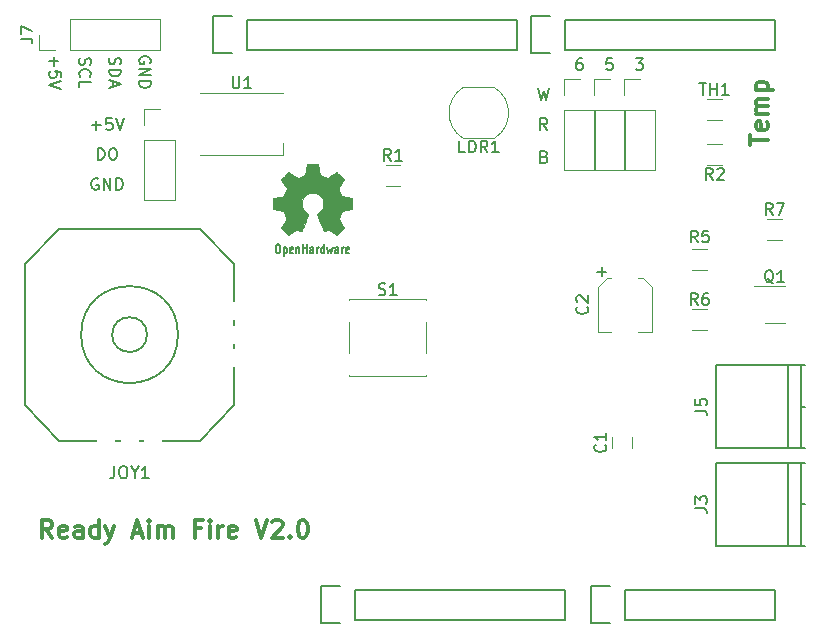
<source format=gto>
G04 #@! TF.FileFunction,Legend,Top*
%FSLAX46Y46*%
G04 Gerber Fmt 4.6, Leading zero omitted, Abs format (unit mm)*
G04 Created by KiCad (PCBNEW 4.0.6-e0-6349~53~ubuntu16.04.1) date Wed Aug  2 12:33:15 2017*
%MOMM*%
%LPD*%
G01*
G04 APERTURE LIST*
%ADD10C,0.100000*%
%ADD11C,0.200000*%
%ADD12C,0.300000*%
%ADD13C,0.150000*%
%ADD14C,0.120000*%
%ADD15C,0.002540*%
%ADD16C,0.127000*%
%ADD17O,1.727200X2.032000*%
%ADD18R,1.700000X1.700000*%
%ADD19O,1.700000X1.700000*%
%ADD20C,2.400000*%
%ADD21R,2.400000X2.400000*%
%ADD22O,1.500000X3.000000*%
%ADD23O,3.000000X1.500000*%
%ADD24C,1.599946*%
%ADD25R,1.000000X0.700000*%
%ADD26R,1.500000X1.300000*%
%ADD27R,1.600000X1.000000*%
%ADD28C,1.600000*%
%ADD29R,1.550000X1.300000*%
%ADD30R,1.250000X1.500000*%
%ADD31R,1.600000X2.600000*%
G04 APERTURE END LIST*
D10*
D11*
X156281429Y-85907571D02*
X156424286Y-85955190D01*
X156471905Y-86002810D01*
X156519524Y-86098048D01*
X156519524Y-86240905D01*
X156471905Y-86336143D01*
X156424286Y-86383762D01*
X156329048Y-86431381D01*
X155948095Y-86431381D01*
X155948095Y-85431381D01*
X156281429Y-85431381D01*
X156376667Y-85479000D01*
X156424286Y-85526619D01*
X156471905Y-85621857D01*
X156471905Y-85717095D01*
X156424286Y-85812333D01*
X156376667Y-85859952D01*
X156281429Y-85907571D01*
X155948095Y-85907571D01*
X156519524Y-83637381D02*
X156186190Y-83161190D01*
X155948095Y-83637381D02*
X155948095Y-82637381D01*
X156329048Y-82637381D01*
X156424286Y-82685000D01*
X156471905Y-82732619D01*
X156519524Y-82827857D01*
X156519524Y-82970714D01*
X156471905Y-83065952D01*
X156424286Y-83113571D01*
X156329048Y-83161190D01*
X155948095Y-83161190D01*
X155781429Y-80097381D02*
X156019524Y-81097381D01*
X156210001Y-80383095D01*
X156400477Y-81097381D01*
X156638572Y-80097381D01*
X159448477Y-77557381D02*
X159258000Y-77557381D01*
X159162762Y-77605000D01*
X159115143Y-77652619D01*
X159019905Y-77795476D01*
X158972286Y-77985952D01*
X158972286Y-78366905D01*
X159019905Y-78462143D01*
X159067524Y-78509762D01*
X159162762Y-78557381D01*
X159353239Y-78557381D01*
X159448477Y-78509762D01*
X159496096Y-78462143D01*
X159543715Y-78366905D01*
X159543715Y-78128810D01*
X159496096Y-78033571D01*
X159448477Y-77985952D01*
X159353239Y-77938333D01*
X159162762Y-77938333D01*
X159067524Y-77985952D01*
X159019905Y-78033571D01*
X158972286Y-78128810D01*
X162036096Y-77557381D02*
X161559905Y-77557381D01*
X161512286Y-78033571D01*
X161559905Y-77985952D01*
X161655143Y-77938333D01*
X161893239Y-77938333D01*
X161988477Y-77985952D01*
X162036096Y-78033571D01*
X162083715Y-78128810D01*
X162083715Y-78366905D01*
X162036096Y-78462143D01*
X161988477Y-78509762D01*
X161893239Y-78557381D01*
X161655143Y-78557381D01*
X161559905Y-78509762D01*
X161512286Y-78462143D01*
X164004667Y-77557381D02*
X164623715Y-77557381D01*
X164290381Y-77938333D01*
X164433239Y-77938333D01*
X164528477Y-77985952D01*
X164576096Y-78033571D01*
X164623715Y-78128810D01*
X164623715Y-78366905D01*
X164576096Y-78462143D01*
X164528477Y-78509762D01*
X164433239Y-78557381D01*
X164147524Y-78557381D01*
X164052286Y-78509762D01*
X164004667Y-78462143D01*
D12*
X173676571Y-84919000D02*
X173676571Y-84061857D01*
X175176571Y-84490428D02*
X173676571Y-84490428D01*
X175105143Y-82990429D02*
X175176571Y-83133286D01*
X175176571Y-83419000D01*
X175105143Y-83561857D01*
X174962286Y-83633286D01*
X174390857Y-83633286D01*
X174248000Y-83561857D01*
X174176571Y-83419000D01*
X174176571Y-83133286D01*
X174248000Y-82990429D01*
X174390857Y-82919000D01*
X174533714Y-82919000D01*
X174676571Y-83633286D01*
X175176571Y-82276143D02*
X174176571Y-82276143D01*
X174319429Y-82276143D02*
X174248000Y-82204715D01*
X174176571Y-82061857D01*
X174176571Y-81847572D01*
X174248000Y-81704715D01*
X174390857Y-81633286D01*
X175176571Y-81633286D01*
X174390857Y-81633286D02*
X174248000Y-81561857D01*
X174176571Y-81419000D01*
X174176571Y-81204715D01*
X174248000Y-81061857D01*
X174390857Y-80990429D01*
X175176571Y-80990429D01*
X174176571Y-80276143D02*
X175676571Y-80276143D01*
X174248000Y-80276143D02*
X174176571Y-80133286D01*
X174176571Y-79847572D01*
X174248000Y-79704715D01*
X174319429Y-79633286D01*
X174462286Y-79561857D01*
X174890857Y-79561857D01*
X175033714Y-79633286D01*
X175105143Y-79704715D01*
X175176571Y-79847572D01*
X175176571Y-80133286D01*
X175105143Y-80276143D01*
D11*
X118467286Y-86177381D02*
X118467286Y-85177381D01*
X118705381Y-85177381D01*
X118848239Y-85225000D01*
X118943477Y-85320238D01*
X118991096Y-85415476D01*
X119038715Y-85605952D01*
X119038715Y-85748810D01*
X118991096Y-85939286D01*
X118943477Y-86034524D01*
X118848239Y-86129762D01*
X118705381Y-86177381D01*
X118467286Y-86177381D01*
X119657762Y-85177381D02*
X119848239Y-85177381D01*
X119943477Y-85225000D01*
X120038715Y-85320238D01*
X120086334Y-85510714D01*
X120086334Y-85844048D01*
X120038715Y-86034524D01*
X119943477Y-86129762D01*
X119848239Y-86177381D01*
X119657762Y-86177381D01*
X119562524Y-86129762D01*
X119467286Y-86034524D01*
X119419667Y-85844048D01*
X119419667Y-85510714D01*
X119467286Y-85320238D01*
X119562524Y-85225000D01*
X119657762Y-85177381D01*
X118491096Y-87765000D02*
X118395858Y-87717381D01*
X118253001Y-87717381D01*
X118110143Y-87765000D01*
X118014905Y-87860238D01*
X117967286Y-87955476D01*
X117919667Y-88145952D01*
X117919667Y-88288810D01*
X117967286Y-88479286D01*
X118014905Y-88574524D01*
X118110143Y-88669762D01*
X118253001Y-88717381D01*
X118348239Y-88717381D01*
X118491096Y-88669762D01*
X118538715Y-88622143D01*
X118538715Y-88288810D01*
X118348239Y-88288810D01*
X118967286Y-88717381D02*
X118967286Y-87717381D01*
X119538715Y-88717381D01*
X119538715Y-87717381D01*
X120014905Y-88717381D02*
X120014905Y-87717381D01*
X120253000Y-87717381D01*
X120395858Y-87765000D01*
X120491096Y-87860238D01*
X120538715Y-87955476D01*
X120586334Y-88145952D01*
X120586334Y-88288810D01*
X120538715Y-88479286D01*
X120491096Y-88574524D01*
X120395858Y-88669762D01*
X120253000Y-88717381D01*
X120014905Y-88717381D01*
X117967286Y-83256429D02*
X118729191Y-83256429D01*
X118348239Y-83637381D02*
X118348239Y-82875476D01*
X119681572Y-82637381D02*
X119205381Y-82637381D01*
X119157762Y-83113571D01*
X119205381Y-83065952D01*
X119300619Y-83018333D01*
X119538715Y-83018333D01*
X119633953Y-83065952D01*
X119681572Y-83113571D01*
X119729191Y-83208810D01*
X119729191Y-83446905D01*
X119681572Y-83542143D01*
X119633953Y-83589762D01*
X119538715Y-83637381D01*
X119300619Y-83637381D01*
X119205381Y-83589762D01*
X119157762Y-83542143D01*
X120014905Y-82637381D02*
X120348238Y-83637381D01*
X120681572Y-82637381D01*
X122928000Y-77978096D02*
X122975619Y-77882858D01*
X122975619Y-77740001D01*
X122928000Y-77597143D01*
X122832762Y-77501905D01*
X122737524Y-77454286D01*
X122547048Y-77406667D01*
X122404190Y-77406667D01*
X122213714Y-77454286D01*
X122118476Y-77501905D01*
X122023238Y-77597143D01*
X121975619Y-77740001D01*
X121975619Y-77835239D01*
X122023238Y-77978096D01*
X122070857Y-78025715D01*
X122404190Y-78025715D01*
X122404190Y-77835239D01*
X121975619Y-78454286D02*
X122975619Y-78454286D01*
X121975619Y-79025715D01*
X122975619Y-79025715D01*
X121975619Y-79501905D02*
X122975619Y-79501905D01*
X122975619Y-79740000D01*
X122928000Y-79882858D01*
X122832762Y-79978096D01*
X122737524Y-80025715D01*
X122547048Y-80073334D01*
X122404190Y-80073334D01*
X122213714Y-80025715D01*
X122118476Y-79978096D01*
X122023238Y-79882858D01*
X121975619Y-79740000D01*
X121975619Y-79501905D01*
X114736571Y-77454286D02*
X114736571Y-78216191D01*
X114355619Y-77835239D02*
X115117524Y-77835239D01*
X115355619Y-79168572D02*
X115355619Y-78692381D01*
X114879429Y-78644762D01*
X114927048Y-78692381D01*
X114974667Y-78787619D01*
X114974667Y-79025715D01*
X114927048Y-79120953D01*
X114879429Y-79168572D01*
X114784190Y-79216191D01*
X114546095Y-79216191D01*
X114450857Y-79168572D01*
X114403238Y-79120953D01*
X114355619Y-79025715D01*
X114355619Y-78787619D01*
X114403238Y-78692381D01*
X114450857Y-78644762D01*
X115355619Y-79501905D02*
X114355619Y-79835238D01*
X115355619Y-80168572D01*
X119483238Y-77525714D02*
X119435619Y-77668571D01*
X119435619Y-77906667D01*
X119483238Y-78001905D01*
X119530857Y-78049524D01*
X119626095Y-78097143D01*
X119721333Y-78097143D01*
X119816571Y-78049524D01*
X119864190Y-78001905D01*
X119911810Y-77906667D01*
X119959429Y-77716190D01*
X120007048Y-77620952D01*
X120054667Y-77573333D01*
X120149905Y-77525714D01*
X120245143Y-77525714D01*
X120340381Y-77573333D01*
X120388000Y-77620952D01*
X120435619Y-77716190D01*
X120435619Y-77954286D01*
X120388000Y-78097143D01*
X119435619Y-78525714D02*
X120435619Y-78525714D01*
X120435619Y-78763809D01*
X120388000Y-78906667D01*
X120292762Y-79001905D01*
X120197524Y-79049524D01*
X120007048Y-79097143D01*
X119864190Y-79097143D01*
X119673714Y-79049524D01*
X119578476Y-79001905D01*
X119483238Y-78906667D01*
X119435619Y-78763809D01*
X119435619Y-78525714D01*
X119721333Y-79478095D02*
X119721333Y-79954286D01*
X119435619Y-79382857D02*
X120435619Y-79716190D01*
X119435619Y-80049524D01*
X116943238Y-77549524D02*
X116895619Y-77692381D01*
X116895619Y-77930477D01*
X116943238Y-78025715D01*
X116990857Y-78073334D01*
X117086095Y-78120953D01*
X117181333Y-78120953D01*
X117276571Y-78073334D01*
X117324190Y-78025715D01*
X117371810Y-77930477D01*
X117419429Y-77740000D01*
X117467048Y-77644762D01*
X117514667Y-77597143D01*
X117609905Y-77549524D01*
X117705143Y-77549524D01*
X117800381Y-77597143D01*
X117848000Y-77644762D01*
X117895619Y-77740000D01*
X117895619Y-77978096D01*
X117848000Y-78120953D01*
X116990857Y-79120953D02*
X116943238Y-79073334D01*
X116895619Y-78930477D01*
X116895619Y-78835239D01*
X116943238Y-78692381D01*
X117038476Y-78597143D01*
X117133714Y-78549524D01*
X117324190Y-78501905D01*
X117467048Y-78501905D01*
X117657524Y-78549524D01*
X117752762Y-78597143D01*
X117848000Y-78692381D01*
X117895619Y-78835239D01*
X117895619Y-78930477D01*
X117848000Y-79073334D01*
X117800381Y-79120953D01*
X116895619Y-80025715D02*
X116895619Y-79549524D01*
X117895619Y-79549524D01*
D12*
X114610859Y-118153571D02*
X114110859Y-117439286D01*
X113753716Y-118153571D02*
X113753716Y-116653571D01*
X114325144Y-116653571D01*
X114468002Y-116725000D01*
X114539430Y-116796429D01*
X114610859Y-116939286D01*
X114610859Y-117153571D01*
X114539430Y-117296429D01*
X114468002Y-117367857D01*
X114325144Y-117439286D01*
X113753716Y-117439286D01*
X115825144Y-118082143D02*
X115682287Y-118153571D01*
X115396573Y-118153571D01*
X115253716Y-118082143D01*
X115182287Y-117939286D01*
X115182287Y-117367857D01*
X115253716Y-117225000D01*
X115396573Y-117153571D01*
X115682287Y-117153571D01*
X115825144Y-117225000D01*
X115896573Y-117367857D01*
X115896573Y-117510714D01*
X115182287Y-117653571D01*
X117182287Y-118153571D02*
X117182287Y-117367857D01*
X117110858Y-117225000D01*
X116968001Y-117153571D01*
X116682287Y-117153571D01*
X116539430Y-117225000D01*
X117182287Y-118082143D02*
X117039430Y-118153571D01*
X116682287Y-118153571D01*
X116539430Y-118082143D01*
X116468001Y-117939286D01*
X116468001Y-117796429D01*
X116539430Y-117653571D01*
X116682287Y-117582143D01*
X117039430Y-117582143D01*
X117182287Y-117510714D01*
X118539430Y-118153571D02*
X118539430Y-116653571D01*
X118539430Y-118082143D02*
X118396573Y-118153571D01*
X118110859Y-118153571D01*
X117968001Y-118082143D01*
X117896573Y-118010714D01*
X117825144Y-117867857D01*
X117825144Y-117439286D01*
X117896573Y-117296429D01*
X117968001Y-117225000D01*
X118110859Y-117153571D01*
X118396573Y-117153571D01*
X118539430Y-117225000D01*
X119110859Y-117153571D02*
X119468002Y-118153571D01*
X119825144Y-117153571D02*
X119468002Y-118153571D01*
X119325144Y-118510714D01*
X119253716Y-118582143D01*
X119110859Y-118653571D01*
X121468001Y-117725000D02*
X122182287Y-117725000D01*
X121325144Y-118153571D02*
X121825144Y-116653571D01*
X122325144Y-118153571D01*
X122825144Y-118153571D02*
X122825144Y-117153571D01*
X122825144Y-116653571D02*
X122753715Y-116725000D01*
X122825144Y-116796429D01*
X122896572Y-116725000D01*
X122825144Y-116653571D01*
X122825144Y-116796429D01*
X123539430Y-118153571D02*
X123539430Y-117153571D01*
X123539430Y-117296429D02*
X123610858Y-117225000D01*
X123753716Y-117153571D01*
X123968001Y-117153571D01*
X124110858Y-117225000D01*
X124182287Y-117367857D01*
X124182287Y-118153571D01*
X124182287Y-117367857D02*
X124253716Y-117225000D01*
X124396573Y-117153571D01*
X124610858Y-117153571D01*
X124753716Y-117225000D01*
X124825144Y-117367857D01*
X124825144Y-118153571D01*
X127182287Y-117367857D02*
X126682287Y-117367857D01*
X126682287Y-118153571D02*
X126682287Y-116653571D01*
X127396573Y-116653571D01*
X127968001Y-118153571D02*
X127968001Y-117153571D01*
X127968001Y-116653571D02*
X127896572Y-116725000D01*
X127968001Y-116796429D01*
X128039429Y-116725000D01*
X127968001Y-116653571D01*
X127968001Y-116796429D01*
X128682287Y-118153571D02*
X128682287Y-117153571D01*
X128682287Y-117439286D02*
X128753715Y-117296429D01*
X128825144Y-117225000D01*
X128968001Y-117153571D01*
X129110858Y-117153571D01*
X130182286Y-118082143D02*
X130039429Y-118153571D01*
X129753715Y-118153571D01*
X129610858Y-118082143D01*
X129539429Y-117939286D01*
X129539429Y-117367857D01*
X129610858Y-117225000D01*
X129753715Y-117153571D01*
X130039429Y-117153571D01*
X130182286Y-117225000D01*
X130253715Y-117367857D01*
X130253715Y-117510714D01*
X129539429Y-117653571D01*
X131825143Y-116653571D02*
X132325143Y-118153571D01*
X132825143Y-116653571D01*
X133253714Y-116796429D02*
X133325143Y-116725000D01*
X133468000Y-116653571D01*
X133825143Y-116653571D01*
X133968000Y-116725000D01*
X134039429Y-116796429D01*
X134110857Y-116939286D01*
X134110857Y-117082143D01*
X134039429Y-117296429D01*
X133182286Y-118153571D01*
X134110857Y-118153571D01*
X134753714Y-118010714D02*
X134825142Y-118082143D01*
X134753714Y-118153571D01*
X134682285Y-118082143D01*
X134753714Y-118010714D01*
X134753714Y-118153571D01*
X135753714Y-116653571D02*
X135896571Y-116653571D01*
X136039428Y-116725000D01*
X136110857Y-116796429D01*
X136182286Y-116939286D01*
X136253714Y-117225000D01*
X136253714Y-117582143D01*
X136182286Y-117867857D01*
X136110857Y-118010714D01*
X136039428Y-118082143D01*
X135896571Y-118153571D01*
X135753714Y-118153571D01*
X135610857Y-118082143D01*
X135539428Y-118010714D01*
X135468000Y-117867857D01*
X135396571Y-117582143D01*
X135396571Y-117225000D01*
X135468000Y-116939286D01*
X135539428Y-116796429D01*
X135610857Y-116725000D01*
X135753714Y-116653571D01*
D13*
X140208000Y-125095000D02*
X157988000Y-125095000D01*
X157988000Y-125095000D02*
X157988000Y-122555000D01*
X157988000Y-122555000D02*
X140208000Y-122555000D01*
X137388000Y-125375000D02*
X138938000Y-125375000D01*
X140208000Y-125095000D02*
X140208000Y-122555000D01*
X138938000Y-122275000D02*
X137388000Y-122275000D01*
X137388000Y-122275000D02*
X137388000Y-125375000D01*
X163068000Y-125095000D02*
X175768000Y-125095000D01*
X175768000Y-125095000D02*
X175768000Y-122555000D01*
X175768000Y-122555000D02*
X163068000Y-122555000D01*
X160248000Y-125375000D02*
X161798000Y-125375000D01*
X163068000Y-125095000D02*
X163068000Y-122555000D01*
X161798000Y-122275000D02*
X160248000Y-122275000D01*
X160248000Y-122275000D02*
X160248000Y-125375000D01*
X131064000Y-76835000D02*
X153924000Y-76835000D01*
X153924000Y-76835000D02*
X153924000Y-74295000D01*
X153924000Y-74295000D02*
X131064000Y-74295000D01*
X128244000Y-77115000D02*
X129794000Y-77115000D01*
X131064000Y-76835000D02*
X131064000Y-74295000D01*
X129794000Y-74015000D02*
X128244000Y-74015000D01*
X128244000Y-74015000D02*
X128244000Y-77115000D01*
X157988000Y-76835000D02*
X175768000Y-76835000D01*
X175768000Y-76835000D02*
X175768000Y-74295000D01*
X175768000Y-74295000D02*
X157988000Y-74295000D01*
X155168000Y-77115000D02*
X156718000Y-77115000D01*
X157988000Y-76835000D02*
X157988000Y-74295000D01*
X156718000Y-74015000D02*
X155168000Y-74015000D01*
X155168000Y-74015000D02*
X155168000Y-77115000D01*
D14*
X163008000Y-87055000D02*
X165668000Y-87055000D01*
X163008000Y-81915000D02*
X163008000Y-87055000D01*
X165668000Y-81915000D02*
X165668000Y-87055000D01*
X163008000Y-81915000D02*
X165668000Y-81915000D01*
X163008000Y-80645000D02*
X163008000Y-79315000D01*
X163008000Y-79315000D02*
X164338000Y-79315000D01*
X160468000Y-87055000D02*
X163128000Y-87055000D01*
X160468000Y-81915000D02*
X160468000Y-87055000D01*
X163128000Y-81915000D02*
X163128000Y-87055000D01*
X160468000Y-81915000D02*
X163128000Y-81915000D01*
X160468000Y-80645000D02*
X160468000Y-79315000D01*
X160468000Y-79315000D02*
X161798000Y-79315000D01*
D13*
X177988400Y-115331300D02*
X178388400Y-115331300D01*
X176888400Y-118831300D02*
X176888400Y-111831300D01*
X177988400Y-118831300D02*
X177988400Y-111831300D01*
X170788400Y-118831300D02*
X178388400Y-118831300D01*
X178388400Y-111831300D02*
X170788400Y-111831300D01*
X170788400Y-111831300D02*
X170788400Y-118831300D01*
D14*
X157928000Y-87055000D02*
X160588000Y-87055000D01*
X157928000Y-81915000D02*
X157928000Y-87055000D01*
X160588000Y-81915000D02*
X160588000Y-87055000D01*
X157928000Y-81915000D02*
X160588000Y-81915000D01*
X157928000Y-80645000D02*
X157928000Y-79315000D01*
X157928000Y-79315000D02*
X159258000Y-79315000D01*
D13*
X177988400Y-107063600D02*
X178388400Y-107063600D01*
X176888400Y-110563600D02*
X176888400Y-103563600D01*
X177988400Y-110563600D02*
X177988400Y-103563600D01*
X170788400Y-110563600D02*
X178388400Y-110563600D01*
X178388400Y-103563600D02*
X170788400Y-103563600D01*
X170788400Y-103563600D02*
X170788400Y-110563600D01*
D14*
X122368000Y-89595000D02*
X125028000Y-89595000D01*
X122368000Y-84455000D02*
X122368000Y-89595000D01*
X125028000Y-84455000D02*
X125028000Y-89595000D01*
X122368000Y-84455000D02*
X125028000Y-84455000D01*
X122368000Y-83185000D02*
X122368000Y-81855000D01*
X122368000Y-81855000D02*
X123698000Y-81855000D01*
X123758000Y-76895000D02*
X123758000Y-74235000D01*
X116078000Y-76895000D02*
X123758000Y-76895000D01*
X116078000Y-74235000D02*
X123758000Y-74235000D01*
X116078000Y-76895000D02*
X116078000Y-74235000D01*
X114808000Y-76895000D02*
X113478000Y-76895000D01*
X113478000Y-76895000D02*
X113478000Y-75565000D01*
D13*
X115158100Y-91990000D02*
X112283000Y-94965100D01*
X115159000Y-109940000D02*
X112308000Y-106964900D01*
X130008000Y-106964900D02*
X127157900Y-109940000D01*
X127157900Y-91990000D02*
X130033000Y-94965100D01*
X122633000Y-100965000D02*
G75*
G03X122633000Y-100965000I-1475000J0D01*
G01*
X125258000Y-100965000D02*
G75*
G03X125258000Y-100965000I-4100000J0D01*
G01*
X112308000Y-94965100D02*
X112308000Y-106964900D01*
X130008000Y-94965100D02*
X130008000Y-106964000D01*
X115158100Y-91990000D02*
X127157900Y-91990000D01*
X115158100Y-109940000D02*
X127157900Y-109940000D01*
D14*
X176618000Y-96825000D02*
X174018000Y-96825000D01*
X176618000Y-100025000D02*
X174918000Y-100025000D01*
X144046500Y-88357600D02*
X142846500Y-88357600D01*
X142846500Y-86597600D02*
X144046500Y-86597600D01*
X170088000Y-84845000D02*
X171288000Y-84845000D01*
X171288000Y-86605000D02*
X170088000Y-86605000D01*
X168818000Y-93735000D02*
X170018000Y-93735000D01*
X170018000Y-95495000D02*
X168818000Y-95495000D01*
X170018000Y-100575000D02*
X168818000Y-100575000D01*
X168818000Y-98815000D02*
X170018000Y-98815000D01*
X176368000Y-92955000D02*
X175168000Y-92955000D01*
X175168000Y-91195000D02*
X176368000Y-91195000D01*
X171288000Y-82795000D02*
X170088000Y-82795000D01*
X170088000Y-81035000D02*
X171288000Y-81035000D01*
X127144900Y-80546900D02*
X134144900Y-80546900D01*
X127144900Y-85746900D02*
X134144900Y-85746900D01*
X134144900Y-85746900D02*
X134144900Y-84746900D01*
X152043600Y-80044400D02*
X149393600Y-80044400D01*
X152043600Y-84344400D02*
X149393600Y-84344400D01*
X152069076Y-84328788D02*
G75*
G03X152043600Y-80044400I-1325476J2134388D01*
G01*
X149365573Y-80062256D02*
G75*
G03X149393600Y-84344400I1378027J-2132144D01*
G01*
X146232000Y-97989000D02*
X146232000Y-98019000D01*
X146232000Y-104449000D02*
X146232000Y-104419000D01*
X139772000Y-104449000D02*
X139772000Y-104419000D01*
X139772000Y-98019000D02*
X139772000Y-97989000D01*
X146232000Y-99919000D02*
X146232000Y-102519000D01*
X139772000Y-97989000D02*
X146232000Y-97989000D01*
X139772000Y-99919000D02*
X139772000Y-102519000D01*
X139772000Y-104449000D02*
X146232000Y-104449000D01*
X161964000Y-109609000D02*
X161964000Y-110609000D01*
X163664000Y-110609000D02*
X163664000Y-109609000D01*
X160778000Y-100715000D02*
X161948000Y-100715000D01*
X165358000Y-100715000D02*
X164188000Y-100715000D01*
X164588000Y-96135000D02*
X164188000Y-96135000D01*
X161548000Y-96135000D02*
X161948000Y-96135000D01*
X160778000Y-96905000D02*
X160778000Y-100715000D01*
X160778000Y-96905000D02*
X161548000Y-96135000D01*
X165358000Y-96905000D02*
X165358000Y-100715000D01*
X165358000Y-96905000D02*
X164588000Y-96135000D01*
D15*
G36*
X134627620Y-92534740D02*
X134663180Y-92514420D01*
X134741920Y-92466160D01*
X134853680Y-92392500D01*
X134985760Y-92306140D01*
X135117840Y-92214700D01*
X135227060Y-92143580D01*
X135303260Y-92092780D01*
X135333740Y-92075000D01*
X135351520Y-92082620D01*
X135415020Y-92113100D01*
X135503920Y-92158820D01*
X135557260Y-92186760D01*
X135641080Y-92222320D01*
X135684260Y-92229940D01*
X135689340Y-92219780D01*
X135719820Y-92156280D01*
X135768080Y-92047060D01*
X135831580Y-91902280D01*
X135905240Y-91732100D01*
X135981440Y-91549220D01*
X136060180Y-91363800D01*
X136133840Y-91186000D01*
X136197340Y-91025980D01*
X136250680Y-90893900D01*
X136286240Y-90805000D01*
X136298940Y-90766900D01*
X136293860Y-90756740D01*
X136253220Y-90716100D01*
X136179560Y-90662760D01*
X136022080Y-90533220D01*
X135864600Y-90340180D01*
X135770620Y-90119200D01*
X135737600Y-89872820D01*
X135765540Y-89644220D01*
X135854440Y-89425780D01*
X136006840Y-89230200D01*
X136192260Y-89082880D01*
X136408160Y-88991440D01*
X136652000Y-88960960D01*
X136883140Y-88986360D01*
X137106660Y-89075260D01*
X137304780Y-89225120D01*
X137388600Y-89321640D01*
X137502900Y-89519760D01*
X137566400Y-89733120D01*
X137574020Y-89789000D01*
X137563860Y-90022680D01*
X137495280Y-90246200D01*
X137370820Y-90446860D01*
X137200640Y-90611960D01*
X137177780Y-90627200D01*
X137099040Y-90688160D01*
X137045700Y-90728800D01*
X137002520Y-90761820D01*
X137302240Y-91480640D01*
X137350500Y-91594940D01*
X137431780Y-91793060D01*
X137502900Y-91960700D01*
X137561320Y-92095320D01*
X137601960Y-92186760D01*
X137619740Y-92222320D01*
X137619740Y-92224860D01*
X137647680Y-92229940D01*
X137701020Y-92209620D01*
X137802620Y-92161360D01*
X137868660Y-92125800D01*
X137944860Y-92090240D01*
X137980420Y-92075000D01*
X138008360Y-92092780D01*
X138082020Y-92138500D01*
X138188700Y-92209620D01*
X138318240Y-92298520D01*
X138440160Y-92382340D01*
X138551920Y-92456000D01*
X138633200Y-92509340D01*
X138673840Y-92529660D01*
X138678920Y-92529660D01*
X138714480Y-92509340D01*
X138780520Y-92456000D01*
X138877040Y-92364560D01*
X139016740Y-92227400D01*
X139037060Y-92204540D01*
X139151360Y-92090240D01*
X139242800Y-91993720D01*
X139306300Y-91922600D01*
X139329160Y-91892120D01*
X139329160Y-91892120D01*
X139308840Y-91854020D01*
X139255500Y-91770200D01*
X139181840Y-91655900D01*
X139090400Y-91523820D01*
X138851640Y-91178380D01*
X138983720Y-90850720D01*
X139024360Y-90751660D01*
X139075160Y-90629740D01*
X139113260Y-90543380D01*
X139131040Y-90505280D01*
X139166600Y-90492580D01*
X139255500Y-90472260D01*
X139385040Y-90444320D01*
X139539980Y-90416380D01*
X139687300Y-90388440D01*
X139819380Y-90363040D01*
X139915900Y-90345260D01*
X139959080Y-90337640D01*
X139969240Y-90330020D01*
X139979400Y-90309700D01*
X139984480Y-90263980D01*
X139987020Y-90182700D01*
X139989560Y-90055700D01*
X139989560Y-89872820D01*
X139989560Y-89852500D01*
X139987020Y-89677240D01*
X139984480Y-89537540D01*
X139979400Y-89446100D01*
X139974320Y-89410540D01*
X139974320Y-89410540D01*
X139931140Y-89400380D01*
X139837160Y-89380060D01*
X139705080Y-89354660D01*
X139547600Y-89324180D01*
X139537440Y-89321640D01*
X139379960Y-89291160D01*
X139245340Y-89263220D01*
X139153900Y-89242900D01*
X139115800Y-89230200D01*
X139105640Y-89220040D01*
X139075160Y-89156540D01*
X139029440Y-89060020D01*
X138976100Y-88940640D01*
X138925300Y-88816180D01*
X138882120Y-88704420D01*
X138851640Y-88620600D01*
X138841480Y-88582500D01*
X138841480Y-88582500D01*
X138866880Y-88544400D01*
X138920220Y-88463120D01*
X138996420Y-88348820D01*
X139090400Y-88214200D01*
X139095480Y-88204040D01*
X139186920Y-88071960D01*
X139260580Y-87957660D01*
X139308840Y-87876380D01*
X139329160Y-87840820D01*
X139326620Y-87838280D01*
X139298680Y-87800180D01*
X139230100Y-87723980D01*
X139133580Y-87622380D01*
X139016740Y-87503000D01*
X138978640Y-87467440D01*
X138849100Y-87340440D01*
X138757660Y-87256620D01*
X138701780Y-87213440D01*
X138676380Y-87203280D01*
X138673840Y-87203280D01*
X138633200Y-87228680D01*
X138549380Y-87284560D01*
X138435080Y-87360760D01*
X138300460Y-87452200D01*
X138290300Y-87459820D01*
X138158220Y-87551260D01*
X138046460Y-87624920D01*
X137967720Y-87678260D01*
X137932160Y-87698580D01*
X137927080Y-87698580D01*
X137871200Y-87683340D01*
X137777220Y-87650320D01*
X137660380Y-87604600D01*
X137535920Y-87553800D01*
X137424160Y-87508080D01*
X137340340Y-87469980D01*
X137302240Y-87447120D01*
X137299700Y-87444580D01*
X137287000Y-87396320D01*
X137264140Y-87297260D01*
X137233660Y-87160100D01*
X137203180Y-86995000D01*
X137198100Y-86969600D01*
X137167620Y-86809580D01*
X137142220Y-86680040D01*
X137124440Y-86588600D01*
X137114280Y-86550500D01*
X137091420Y-86545420D01*
X137015220Y-86540340D01*
X136895840Y-86537800D01*
X136753600Y-86535260D01*
X136601200Y-86535260D01*
X136453880Y-86540340D01*
X136329420Y-86542880D01*
X136237980Y-86550500D01*
X136199880Y-86558120D01*
X136199880Y-86560660D01*
X136184640Y-86608920D01*
X136164320Y-86707980D01*
X136136380Y-86847680D01*
X136103360Y-87010240D01*
X136098280Y-87040720D01*
X136067800Y-87198200D01*
X136042400Y-87327740D01*
X136022080Y-87419180D01*
X136011920Y-87454740D01*
X135999220Y-87462360D01*
X135933180Y-87490300D01*
X135826500Y-87533480D01*
X135694420Y-87586820D01*
X135389620Y-87711280D01*
X135013700Y-87454740D01*
X134980680Y-87431880D01*
X134846060Y-87337900D01*
X134734300Y-87264240D01*
X134658100Y-87215980D01*
X134625080Y-87198200D01*
X134622540Y-87198200D01*
X134584440Y-87231220D01*
X134510780Y-87299800D01*
X134409180Y-87398860D01*
X134292340Y-87518240D01*
X134203440Y-87604600D01*
X134101840Y-87708740D01*
X134035800Y-87779860D01*
X134000240Y-87825580D01*
X133987540Y-87853520D01*
X133990080Y-87871300D01*
X134015480Y-87909400D01*
X134068820Y-87993220D01*
X134147560Y-88104980D01*
X134239000Y-88239600D01*
X134312660Y-88348820D01*
X134393940Y-88475820D01*
X134447280Y-88564720D01*
X134465060Y-88607900D01*
X134459980Y-88628220D01*
X134434580Y-88699340D01*
X134391400Y-88811100D01*
X134332980Y-88943180D01*
X134203440Y-89240360D01*
X134010400Y-89278460D01*
X133891020Y-89298780D01*
X133725920Y-89331800D01*
X133568440Y-89362280D01*
X133322060Y-89410540D01*
X133314440Y-90314780D01*
X133352540Y-90330020D01*
X133388100Y-90340180D01*
X133479540Y-90360500D01*
X133609080Y-90385900D01*
X133764020Y-90413840D01*
X133893560Y-90439240D01*
X134025640Y-90464640D01*
X134122160Y-90482420D01*
X134162800Y-90492580D01*
X134172960Y-90505280D01*
X134205980Y-90568780D01*
X134254240Y-90670380D01*
X134305040Y-90792300D01*
X134358380Y-90919300D01*
X134404100Y-91036140D01*
X134437120Y-91125040D01*
X134449820Y-91173300D01*
X134432040Y-91206320D01*
X134381240Y-91285060D01*
X134310120Y-91394280D01*
X134218680Y-91526360D01*
X134129780Y-91655900D01*
X134053580Y-91770200D01*
X134002780Y-91848940D01*
X133979920Y-91887040D01*
X133990080Y-91912440D01*
X134043420Y-91975940D01*
X134142480Y-92077540D01*
X134289800Y-92222320D01*
X134312660Y-92245180D01*
X134429500Y-92359480D01*
X134528560Y-92450920D01*
X134597140Y-92511880D01*
X134627620Y-92534740D01*
X134627620Y-92534740D01*
G37*
X134627620Y-92534740D02*
X134663180Y-92514420D01*
X134741920Y-92466160D01*
X134853680Y-92392500D01*
X134985760Y-92306140D01*
X135117840Y-92214700D01*
X135227060Y-92143580D01*
X135303260Y-92092780D01*
X135333740Y-92075000D01*
X135351520Y-92082620D01*
X135415020Y-92113100D01*
X135503920Y-92158820D01*
X135557260Y-92186760D01*
X135641080Y-92222320D01*
X135684260Y-92229940D01*
X135689340Y-92219780D01*
X135719820Y-92156280D01*
X135768080Y-92047060D01*
X135831580Y-91902280D01*
X135905240Y-91732100D01*
X135981440Y-91549220D01*
X136060180Y-91363800D01*
X136133840Y-91186000D01*
X136197340Y-91025980D01*
X136250680Y-90893900D01*
X136286240Y-90805000D01*
X136298940Y-90766900D01*
X136293860Y-90756740D01*
X136253220Y-90716100D01*
X136179560Y-90662760D01*
X136022080Y-90533220D01*
X135864600Y-90340180D01*
X135770620Y-90119200D01*
X135737600Y-89872820D01*
X135765540Y-89644220D01*
X135854440Y-89425780D01*
X136006840Y-89230200D01*
X136192260Y-89082880D01*
X136408160Y-88991440D01*
X136652000Y-88960960D01*
X136883140Y-88986360D01*
X137106660Y-89075260D01*
X137304780Y-89225120D01*
X137388600Y-89321640D01*
X137502900Y-89519760D01*
X137566400Y-89733120D01*
X137574020Y-89789000D01*
X137563860Y-90022680D01*
X137495280Y-90246200D01*
X137370820Y-90446860D01*
X137200640Y-90611960D01*
X137177780Y-90627200D01*
X137099040Y-90688160D01*
X137045700Y-90728800D01*
X137002520Y-90761820D01*
X137302240Y-91480640D01*
X137350500Y-91594940D01*
X137431780Y-91793060D01*
X137502900Y-91960700D01*
X137561320Y-92095320D01*
X137601960Y-92186760D01*
X137619740Y-92222320D01*
X137619740Y-92224860D01*
X137647680Y-92229940D01*
X137701020Y-92209620D01*
X137802620Y-92161360D01*
X137868660Y-92125800D01*
X137944860Y-92090240D01*
X137980420Y-92075000D01*
X138008360Y-92092780D01*
X138082020Y-92138500D01*
X138188700Y-92209620D01*
X138318240Y-92298520D01*
X138440160Y-92382340D01*
X138551920Y-92456000D01*
X138633200Y-92509340D01*
X138673840Y-92529660D01*
X138678920Y-92529660D01*
X138714480Y-92509340D01*
X138780520Y-92456000D01*
X138877040Y-92364560D01*
X139016740Y-92227400D01*
X139037060Y-92204540D01*
X139151360Y-92090240D01*
X139242800Y-91993720D01*
X139306300Y-91922600D01*
X139329160Y-91892120D01*
X139329160Y-91892120D01*
X139308840Y-91854020D01*
X139255500Y-91770200D01*
X139181840Y-91655900D01*
X139090400Y-91523820D01*
X138851640Y-91178380D01*
X138983720Y-90850720D01*
X139024360Y-90751660D01*
X139075160Y-90629740D01*
X139113260Y-90543380D01*
X139131040Y-90505280D01*
X139166600Y-90492580D01*
X139255500Y-90472260D01*
X139385040Y-90444320D01*
X139539980Y-90416380D01*
X139687300Y-90388440D01*
X139819380Y-90363040D01*
X139915900Y-90345260D01*
X139959080Y-90337640D01*
X139969240Y-90330020D01*
X139979400Y-90309700D01*
X139984480Y-90263980D01*
X139987020Y-90182700D01*
X139989560Y-90055700D01*
X139989560Y-89872820D01*
X139989560Y-89852500D01*
X139987020Y-89677240D01*
X139984480Y-89537540D01*
X139979400Y-89446100D01*
X139974320Y-89410540D01*
X139974320Y-89410540D01*
X139931140Y-89400380D01*
X139837160Y-89380060D01*
X139705080Y-89354660D01*
X139547600Y-89324180D01*
X139537440Y-89321640D01*
X139379960Y-89291160D01*
X139245340Y-89263220D01*
X139153900Y-89242900D01*
X139115800Y-89230200D01*
X139105640Y-89220040D01*
X139075160Y-89156540D01*
X139029440Y-89060020D01*
X138976100Y-88940640D01*
X138925300Y-88816180D01*
X138882120Y-88704420D01*
X138851640Y-88620600D01*
X138841480Y-88582500D01*
X138841480Y-88582500D01*
X138866880Y-88544400D01*
X138920220Y-88463120D01*
X138996420Y-88348820D01*
X139090400Y-88214200D01*
X139095480Y-88204040D01*
X139186920Y-88071960D01*
X139260580Y-87957660D01*
X139308840Y-87876380D01*
X139329160Y-87840820D01*
X139326620Y-87838280D01*
X139298680Y-87800180D01*
X139230100Y-87723980D01*
X139133580Y-87622380D01*
X139016740Y-87503000D01*
X138978640Y-87467440D01*
X138849100Y-87340440D01*
X138757660Y-87256620D01*
X138701780Y-87213440D01*
X138676380Y-87203280D01*
X138673840Y-87203280D01*
X138633200Y-87228680D01*
X138549380Y-87284560D01*
X138435080Y-87360760D01*
X138300460Y-87452200D01*
X138290300Y-87459820D01*
X138158220Y-87551260D01*
X138046460Y-87624920D01*
X137967720Y-87678260D01*
X137932160Y-87698580D01*
X137927080Y-87698580D01*
X137871200Y-87683340D01*
X137777220Y-87650320D01*
X137660380Y-87604600D01*
X137535920Y-87553800D01*
X137424160Y-87508080D01*
X137340340Y-87469980D01*
X137302240Y-87447120D01*
X137299700Y-87444580D01*
X137287000Y-87396320D01*
X137264140Y-87297260D01*
X137233660Y-87160100D01*
X137203180Y-86995000D01*
X137198100Y-86969600D01*
X137167620Y-86809580D01*
X137142220Y-86680040D01*
X137124440Y-86588600D01*
X137114280Y-86550500D01*
X137091420Y-86545420D01*
X137015220Y-86540340D01*
X136895840Y-86537800D01*
X136753600Y-86535260D01*
X136601200Y-86535260D01*
X136453880Y-86540340D01*
X136329420Y-86542880D01*
X136237980Y-86550500D01*
X136199880Y-86558120D01*
X136199880Y-86560660D01*
X136184640Y-86608920D01*
X136164320Y-86707980D01*
X136136380Y-86847680D01*
X136103360Y-87010240D01*
X136098280Y-87040720D01*
X136067800Y-87198200D01*
X136042400Y-87327740D01*
X136022080Y-87419180D01*
X136011920Y-87454740D01*
X135999220Y-87462360D01*
X135933180Y-87490300D01*
X135826500Y-87533480D01*
X135694420Y-87586820D01*
X135389620Y-87711280D01*
X135013700Y-87454740D01*
X134980680Y-87431880D01*
X134846060Y-87337900D01*
X134734300Y-87264240D01*
X134658100Y-87215980D01*
X134625080Y-87198200D01*
X134622540Y-87198200D01*
X134584440Y-87231220D01*
X134510780Y-87299800D01*
X134409180Y-87398860D01*
X134292340Y-87518240D01*
X134203440Y-87604600D01*
X134101840Y-87708740D01*
X134035800Y-87779860D01*
X134000240Y-87825580D01*
X133987540Y-87853520D01*
X133990080Y-87871300D01*
X134015480Y-87909400D01*
X134068820Y-87993220D01*
X134147560Y-88104980D01*
X134239000Y-88239600D01*
X134312660Y-88348820D01*
X134393940Y-88475820D01*
X134447280Y-88564720D01*
X134465060Y-88607900D01*
X134459980Y-88628220D01*
X134434580Y-88699340D01*
X134391400Y-88811100D01*
X134332980Y-88943180D01*
X134203440Y-89240360D01*
X134010400Y-89278460D01*
X133891020Y-89298780D01*
X133725920Y-89331800D01*
X133568440Y-89362280D01*
X133322060Y-89410540D01*
X133314440Y-90314780D01*
X133352540Y-90330020D01*
X133388100Y-90340180D01*
X133479540Y-90360500D01*
X133609080Y-90385900D01*
X133764020Y-90413840D01*
X133893560Y-90439240D01*
X134025640Y-90464640D01*
X134122160Y-90482420D01*
X134162800Y-90492580D01*
X134172960Y-90505280D01*
X134205980Y-90568780D01*
X134254240Y-90670380D01*
X134305040Y-90792300D01*
X134358380Y-90919300D01*
X134404100Y-91036140D01*
X134437120Y-91125040D01*
X134449820Y-91173300D01*
X134432040Y-91206320D01*
X134381240Y-91285060D01*
X134310120Y-91394280D01*
X134218680Y-91526360D01*
X134129780Y-91655900D01*
X134053580Y-91770200D01*
X134002780Y-91848940D01*
X133979920Y-91887040D01*
X133990080Y-91912440D01*
X134043420Y-91975940D01*
X134142480Y-92077540D01*
X134289800Y-92222320D01*
X134312660Y-92245180D01*
X134429500Y-92359480D01*
X134528560Y-92450920D01*
X134597140Y-92511880D01*
X134627620Y-92534740D01*
D13*
X169040781Y-115664633D02*
X169755067Y-115664633D01*
X169897924Y-115712253D01*
X169993162Y-115807491D01*
X170040781Y-115950348D01*
X170040781Y-116045586D01*
X169040781Y-115283681D02*
X169040781Y-114664633D01*
X169421733Y-114997967D01*
X169421733Y-114855109D01*
X169469352Y-114759871D01*
X169516971Y-114712252D01*
X169612210Y-114664633D01*
X169850305Y-114664633D01*
X169945543Y-114712252D01*
X169993162Y-114759871D01*
X170040781Y-114855109D01*
X170040781Y-115140824D01*
X169993162Y-115236062D01*
X169945543Y-115283681D01*
X169040781Y-107396933D02*
X169755067Y-107396933D01*
X169897924Y-107444553D01*
X169993162Y-107539791D01*
X170040781Y-107682648D01*
X170040781Y-107777886D01*
X169040781Y-106444552D02*
X169040781Y-106920743D01*
X169516971Y-106968362D01*
X169469352Y-106920743D01*
X169421733Y-106825505D01*
X169421733Y-106587409D01*
X169469352Y-106492171D01*
X169516971Y-106444552D01*
X169612210Y-106396933D01*
X169850305Y-106396933D01*
X169945543Y-106444552D01*
X169993162Y-106492171D01*
X170040781Y-106587409D01*
X170040781Y-106825505D01*
X169993162Y-106920743D01*
X169945543Y-106968362D01*
X111930381Y-75898333D02*
X112644667Y-75898333D01*
X112787524Y-75945953D01*
X112882762Y-76041191D01*
X112930381Y-76184048D01*
X112930381Y-76279286D01*
X111930381Y-75517381D02*
X111930381Y-74850714D01*
X112930381Y-75279286D01*
X119872286Y-112117381D02*
X119872286Y-112831667D01*
X119824666Y-112974524D01*
X119729428Y-113069762D01*
X119586571Y-113117381D01*
X119491333Y-113117381D01*
X120538952Y-112117381D02*
X120729429Y-112117381D01*
X120824667Y-112165000D01*
X120919905Y-112260238D01*
X120967524Y-112450714D01*
X120967524Y-112784048D01*
X120919905Y-112974524D01*
X120824667Y-113069762D01*
X120729429Y-113117381D01*
X120538952Y-113117381D01*
X120443714Y-113069762D01*
X120348476Y-112974524D01*
X120300857Y-112784048D01*
X120300857Y-112450714D01*
X120348476Y-112260238D01*
X120443714Y-112165000D01*
X120538952Y-112117381D01*
X121586571Y-112641190D02*
X121586571Y-113117381D01*
X121253238Y-112117381D02*
X121586571Y-112641190D01*
X121919905Y-112117381D01*
X122777048Y-113117381D02*
X122205619Y-113117381D01*
X122491333Y-113117381D02*
X122491333Y-112117381D01*
X122396095Y-112260238D01*
X122300857Y-112355476D01*
X122205619Y-112403095D01*
X175672762Y-96622619D02*
X175577524Y-96575000D01*
X175482286Y-96479762D01*
X175339429Y-96336905D01*
X175244190Y-96289286D01*
X175148952Y-96289286D01*
X175196571Y-96527381D02*
X175101333Y-96479762D01*
X175006095Y-96384524D01*
X174958476Y-96194048D01*
X174958476Y-95860714D01*
X175006095Y-95670238D01*
X175101333Y-95575000D01*
X175196571Y-95527381D01*
X175387048Y-95527381D01*
X175482286Y-95575000D01*
X175577524Y-95670238D01*
X175625143Y-95860714D01*
X175625143Y-96194048D01*
X175577524Y-96384524D01*
X175482286Y-96479762D01*
X175387048Y-96527381D01*
X175196571Y-96527381D01*
X176577524Y-96527381D02*
X176006095Y-96527381D01*
X176291809Y-96527381D02*
X176291809Y-95527381D01*
X176196571Y-95670238D01*
X176101333Y-95765476D01*
X176006095Y-95813095D01*
X143279834Y-86229981D02*
X142946500Y-85753790D01*
X142708405Y-86229981D02*
X142708405Y-85229981D01*
X143089358Y-85229981D01*
X143184596Y-85277600D01*
X143232215Y-85325219D01*
X143279834Y-85420457D01*
X143279834Y-85563314D01*
X143232215Y-85658552D01*
X143184596Y-85706171D01*
X143089358Y-85753790D01*
X142708405Y-85753790D01*
X144232215Y-86229981D02*
X143660786Y-86229981D01*
X143946500Y-86229981D02*
X143946500Y-85229981D01*
X143851262Y-85372838D01*
X143756024Y-85468076D01*
X143660786Y-85515695D01*
X170521334Y-87877381D02*
X170188000Y-87401190D01*
X169949905Y-87877381D02*
X169949905Y-86877381D01*
X170330858Y-86877381D01*
X170426096Y-86925000D01*
X170473715Y-86972619D01*
X170521334Y-87067857D01*
X170521334Y-87210714D01*
X170473715Y-87305952D01*
X170426096Y-87353571D01*
X170330858Y-87401190D01*
X169949905Y-87401190D01*
X170902286Y-86972619D02*
X170949905Y-86925000D01*
X171045143Y-86877381D01*
X171283239Y-86877381D01*
X171378477Y-86925000D01*
X171426096Y-86972619D01*
X171473715Y-87067857D01*
X171473715Y-87163095D01*
X171426096Y-87305952D01*
X170854667Y-87877381D01*
X171473715Y-87877381D01*
X169251334Y-93162381D02*
X168918000Y-92686190D01*
X168679905Y-93162381D02*
X168679905Y-92162381D01*
X169060858Y-92162381D01*
X169156096Y-92210000D01*
X169203715Y-92257619D01*
X169251334Y-92352857D01*
X169251334Y-92495714D01*
X169203715Y-92590952D01*
X169156096Y-92638571D01*
X169060858Y-92686190D01*
X168679905Y-92686190D01*
X170156096Y-92162381D02*
X169679905Y-92162381D01*
X169632286Y-92638571D01*
X169679905Y-92590952D01*
X169775143Y-92543333D01*
X170013239Y-92543333D01*
X170108477Y-92590952D01*
X170156096Y-92638571D01*
X170203715Y-92733810D01*
X170203715Y-92971905D01*
X170156096Y-93067143D01*
X170108477Y-93114762D01*
X170013239Y-93162381D01*
X169775143Y-93162381D01*
X169679905Y-93114762D01*
X169632286Y-93067143D01*
X169251334Y-98447381D02*
X168918000Y-97971190D01*
X168679905Y-98447381D02*
X168679905Y-97447381D01*
X169060858Y-97447381D01*
X169156096Y-97495000D01*
X169203715Y-97542619D01*
X169251334Y-97637857D01*
X169251334Y-97780714D01*
X169203715Y-97875952D01*
X169156096Y-97923571D01*
X169060858Y-97971190D01*
X168679905Y-97971190D01*
X170108477Y-97447381D02*
X169918000Y-97447381D01*
X169822762Y-97495000D01*
X169775143Y-97542619D01*
X169679905Y-97685476D01*
X169632286Y-97875952D01*
X169632286Y-98256905D01*
X169679905Y-98352143D01*
X169727524Y-98399762D01*
X169822762Y-98447381D01*
X170013239Y-98447381D01*
X170108477Y-98399762D01*
X170156096Y-98352143D01*
X170203715Y-98256905D01*
X170203715Y-98018810D01*
X170156096Y-97923571D01*
X170108477Y-97875952D01*
X170013239Y-97828333D01*
X169822762Y-97828333D01*
X169727524Y-97875952D01*
X169679905Y-97923571D01*
X169632286Y-98018810D01*
X175601334Y-90827381D02*
X175268000Y-90351190D01*
X175029905Y-90827381D02*
X175029905Y-89827381D01*
X175410858Y-89827381D01*
X175506096Y-89875000D01*
X175553715Y-89922619D01*
X175601334Y-90017857D01*
X175601334Y-90160714D01*
X175553715Y-90255952D01*
X175506096Y-90303571D01*
X175410858Y-90351190D01*
X175029905Y-90351190D01*
X175934667Y-89827381D02*
X176601334Y-89827381D01*
X176172762Y-90827381D01*
X169402286Y-79667381D02*
X169973715Y-79667381D01*
X169688000Y-80667381D02*
X169688000Y-79667381D01*
X170307048Y-80667381D02*
X170307048Y-79667381D01*
X170307048Y-80143571D02*
X170878477Y-80143571D01*
X170878477Y-80667381D02*
X170878477Y-79667381D01*
X171878477Y-80667381D02*
X171307048Y-80667381D01*
X171592762Y-80667381D02*
X171592762Y-79667381D01*
X171497524Y-79810238D01*
X171402286Y-79905476D01*
X171307048Y-79953095D01*
X129882995Y-79099281D02*
X129882995Y-79908805D01*
X129930614Y-80004043D01*
X129978233Y-80051662D01*
X130073471Y-80099281D01*
X130263948Y-80099281D01*
X130359186Y-80051662D01*
X130406805Y-80004043D01*
X130454424Y-79908805D01*
X130454424Y-79099281D01*
X131454424Y-80099281D02*
X130882995Y-80099281D01*
X131168709Y-80099281D02*
X131168709Y-79099281D01*
X131073471Y-79242138D01*
X130978233Y-79337376D01*
X130882995Y-79384995D01*
X149556934Y-85546781D02*
X149080743Y-85546781D01*
X149080743Y-84546781D01*
X149890267Y-85546781D02*
X149890267Y-84546781D01*
X150128362Y-84546781D01*
X150271220Y-84594400D01*
X150366458Y-84689638D01*
X150414077Y-84784876D01*
X150461696Y-84975352D01*
X150461696Y-85118210D01*
X150414077Y-85308686D01*
X150366458Y-85403924D01*
X150271220Y-85499162D01*
X150128362Y-85546781D01*
X149890267Y-85546781D01*
X151461696Y-85546781D02*
X151128362Y-85070590D01*
X150890267Y-85546781D02*
X150890267Y-84546781D01*
X151271220Y-84546781D01*
X151366458Y-84594400D01*
X151414077Y-84642019D01*
X151461696Y-84737257D01*
X151461696Y-84880114D01*
X151414077Y-84975352D01*
X151366458Y-85022971D01*
X151271220Y-85070590D01*
X150890267Y-85070590D01*
X152414077Y-85546781D02*
X151842648Y-85546781D01*
X152128362Y-85546781D02*
X152128362Y-84546781D01*
X152033124Y-84689638D01*
X151937886Y-84784876D01*
X151842648Y-84832495D01*
X142240095Y-97573762D02*
X142382952Y-97621381D01*
X142621048Y-97621381D01*
X142716286Y-97573762D01*
X142763905Y-97526143D01*
X142811524Y-97430905D01*
X142811524Y-97335667D01*
X142763905Y-97240429D01*
X142716286Y-97192810D01*
X142621048Y-97145190D01*
X142430571Y-97097571D01*
X142335333Y-97049952D01*
X142287714Y-97002333D01*
X142240095Y-96907095D01*
X142240095Y-96811857D01*
X142287714Y-96716619D01*
X142335333Y-96669000D01*
X142430571Y-96621381D01*
X142668667Y-96621381D01*
X142811524Y-96669000D01*
X143763905Y-97621381D02*
X143192476Y-97621381D01*
X143478190Y-97621381D02*
X143478190Y-96621381D01*
X143382952Y-96764238D01*
X143287714Y-96859476D01*
X143192476Y-96907095D01*
X161421143Y-110275666D02*
X161468762Y-110323285D01*
X161516381Y-110466142D01*
X161516381Y-110561380D01*
X161468762Y-110704238D01*
X161373524Y-110799476D01*
X161278286Y-110847095D01*
X161087810Y-110894714D01*
X160944952Y-110894714D01*
X160754476Y-110847095D01*
X160659238Y-110799476D01*
X160564000Y-110704238D01*
X160516381Y-110561380D01*
X160516381Y-110466142D01*
X160564000Y-110323285D01*
X160611619Y-110275666D01*
X161516381Y-109323285D02*
X161516381Y-109894714D01*
X161516381Y-109609000D02*
X160516381Y-109609000D01*
X160659238Y-109704238D01*
X160754476Y-109799476D01*
X160802095Y-109894714D01*
X159885143Y-98591666D02*
X159932762Y-98639285D01*
X159980381Y-98782142D01*
X159980381Y-98877380D01*
X159932762Y-99020238D01*
X159837524Y-99115476D01*
X159742286Y-99163095D01*
X159551810Y-99210714D01*
X159408952Y-99210714D01*
X159218476Y-99163095D01*
X159123238Y-99115476D01*
X159028000Y-99020238D01*
X158980381Y-98877380D01*
X158980381Y-98782142D01*
X159028000Y-98639285D01*
X159075619Y-98591666D01*
X159075619Y-98210714D02*
X159028000Y-98163095D01*
X158980381Y-98067857D01*
X158980381Y-97829761D01*
X159028000Y-97734523D01*
X159075619Y-97686904D01*
X159170857Y-97639285D01*
X159266095Y-97639285D01*
X159408952Y-97686904D01*
X159980381Y-98258333D01*
X159980381Y-97639285D01*
X161129429Y-96035952D02*
X161129429Y-95274047D01*
X161510381Y-95654999D02*
X160748476Y-95654999D01*
D16*
X133676571Y-93308714D02*
X133792685Y-93308714D01*
X133850743Y-93345000D01*
X133908800Y-93417571D01*
X133937828Y-93562714D01*
X133937828Y-93816714D01*
X133908800Y-93961857D01*
X133850743Y-94034429D01*
X133792685Y-94070714D01*
X133676571Y-94070714D01*
X133618514Y-94034429D01*
X133560457Y-93961857D01*
X133531428Y-93816714D01*
X133531428Y-93562714D01*
X133560457Y-93417571D01*
X133618514Y-93345000D01*
X133676571Y-93308714D01*
X134199086Y-93562714D02*
X134199086Y-94324714D01*
X134199086Y-93599000D02*
X134257143Y-93562714D01*
X134373257Y-93562714D01*
X134431314Y-93599000D01*
X134460343Y-93635286D01*
X134489372Y-93707857D01*
X134489372Y-93925571D01*
X134460343Y-93998143D01*
X134431314Y-94034429D01*
X134373257Y-94070714D01*
X134257143Y-94070714D01*
X134199086Y-94034429D01*
X134982857Y-94034429D02*
X134924800Y-94070714D01*
X134808686Y-94070714D01*
X134750629Y-94034429D01*
X134721600Y-93961857D01*
X134721600Y-93671571D01*
X134750629Y-93599000D01*
X134808686Y-93562714D01*
X134924800Y-93562714D01*
X134982857Y-93599000D01*
X135011886Y-93671571D01*
X135011886Y-93744143D01*
X134721600Y-93816714D01*
X135273143Y-93562714D02*
X135273143Y-94070714D01*
X135273143Y-93635286D02*
X135302171Y-93599000D01*
X135360229Y-93562714D01*
X135447314Y-93562714D01*
X135505371Y-93599000D01*
X135534400Y-93671571D01*
X135534400Y-94070714D01*
X135824686Y-94070714D02*
X135824686Y-93308714D01*
X135824686Y-93671571D02*
X136173029Y-93671571D01*
X136173029Y-94070714D02*
X136173029Y-93308714D01*
X136724572Y-94070714D02*
X136724572Y-93671571D01*
X136695543Y-93599000D01*
X136637486Y-93562714D01*
X136521372Y-93562714D01*
X136463315Y-93599000D01*
X136724572Y-94034429D02*
X136666515Y-94070714D01*
X136521372Y-94070714D01*
X136463315Y-94034429D01*
X136434286Y-93961857D01*
X136434286Y-93889286D01*
X136463315Y-93816714D01*
X136521372Y-93780429D01*
X136666515Y-93780429D01*
X136724572Y-93744143D01*
X137014858Y-94070714D02*
X137014858Y-93562714D01*
X137014858Y-93707857D02*
X137043886Y-93635286D01*
X137072915Y-93599000D01*
X137130972Y-93562714D01*
X137189029Y-93562714D01*
X137653486Y-94070714D02*
X137653486Y-93308714D01*
X137653486Y-94034429D02*
X137595429Y-94070714D01*
X137479315Y-94070714D01*
X137421257Y-94034429D01*
X137392229Y-93998143D01*
X137363200Y-93925571D01*
X137363200Y-93707857D01*
X137392229Y-93635286D01*
X137421257Y-93599000D01*
X137479315Y-93562714D01*
X137595429Y-93562714D01*
X137653486Y-93599000D01*
X137885715Y-93562714D02*
X138001829Y-94070714D01*
X138117943Y-93707857D01*
X138234058Y-94070714D01*
X138350172Y-93562714D01*
X138843658Y-94070714D02*
X138843658Y-93671571D01*
X138814629Y-93599000D01*
X138756572Y-93562714D01*
X138640458Y-93562714D01*
X138582401Y-93599000D01*
X138843658Y-94034429D02*
X138785601Y-94070714D01*
X138640458Y-94070714D01*
X138582401Y-94034429D01*
X138553372Y-93961857D01*
X138553372Y-93889286D01*
X138582401Y-93816714D01*
X138640458Y-93780429D01*
X138785601Y-93780429D01*
X138843658Y-93744143D01*
X139133944Y-94070714D02*
X139133944Y-93562714D01*
X139133944Y-93707857D02*
X139162972Y-93635286D01*
X139192001Y-93599000D01*
X139250058Y-93562714D01*
X139308115Y-93562714D01*
X139743543Y-94034429D02*
X139685486Y-94070714D01*
X139569372Y-94070714D01*
X139511315Y-94034429D01*
X139482286Y-93961857D01*
X139482286Y-93671571D01*
X139511315Y-93599000D01*
X139569372Y-93562714D01*
X139685486Y-93562714D01*
X139743543Y-93599000D01*
X139772572Y-93671571D01*
X139772572Y-93744143D01*
X139482286Y-93816714D01*
%LPC*%
D17*
X138938000Y-123825000D03*
X141478000Y-123825000D03*
X144018000Y-123825000D03*
X146558000Y-123825000D03*
X149098000Y-123825000D03*
X151638000Y-123825000D03*
X154178000Y-123825000D03*
X156718000Y-123825000D03*
X161798000Y-123825000D03*
X164338000Y-123825000D03*
X166878000Y-123825000D03*
X169418000Y-123825000D03*
X171958000Y-123825000D03*
X174498000Y-123825000D03*
X129794000Y-75565000D03*
X132334000Y-75565000D03*
X134874000Y-75565000D03*
X137414000Y-75565000D03*
X139954000Y-75565000D03*
X142494000Y-75565000D03*
X145034000Y-75565000D03*
X147574000Y-75565000D03*
X150114000Y-75565000D03*
X152654000Y-75565000D03*
X156718000Y-75565000D03*
X159258000Y-75565000D03*
X161798000Y-75565000D03*
X164338000Y-75565000D03*
X166878000Y-75565000D03*
X169418000Y-75565000D03*
X171958000Y-75565000D03*
X174498000Y-75565000D03*
D18*
X164338000Y-80645000D03*
D19*
X164338000Y-83185000D03*
X164338000Y-85725000D03*
D18*
X161798000Y-80645000D03*
D19*
X161798000Y-83185000D03*
X161798000Y-85725000D03*
D20*
X173888400Y-113581300D03*
D21*
X173888400Y-117081300D03*
D18*
X159258000Y-80645000D03*
D19*
X159258000Y-83185000D03*
X159258000Y-85725000D03*
D20*
X173888400Y-105313600D03*
D21*
X173888400Y-108813600D03*
D18*
X123698000Y-83185000D03*
D19*
X123698000Y-85725000D03*
X123698000Y-88265000D03*
D18*
X114808000Y-75565000D03*
D19*
X117348000Y-75565000D03*
X119888000Y-75565000D03*
X122428000Y-75565000D03*
D22*
X121158000Y-109940000D03*
X119158000Y-109940000D03*
X123158000Y-109940000D03*
D23*
X130008000Y-100965000D03*
X130008000Y-98965000D03*
X130008000Y-102965000D03*
D24*
X127157988Y-94965012D03*
X115158012Y-106964988D03*
D25*
X174468000Y-97475000D03*
X174468000Y-98425000D03*
X174468000Y-99375000D03*
X177068000Y-99375000D03*
X177068000Y-97475000D03*
X177068000Y-98425000D03*
D26*
X142096500Y-87477600D03*
X144796500Y-87477600D03*
X172038000Y-85725000D03*
X169338000Y-85725000D03*
X170768000Y-94615000D03*
X168068000Y-94615000D03*
X168068000Y-99695000D03*
X170768000Y-99695000D03*
X174418000Y-92075000D03*
X177118000Y-92075000D03*
X169338000Y-81915000D03*
X172038000Y-81915000D03*
D27*
X133144900Y-84746900D03*
X133144900Y-81546900D03*
X128144900Y-84746900D03*
X128144900Y-81546900D03*
D28*
X151993600Y-82194400D03*
X149453600Y-82194400D03*
D29*
X139022000Y-103469000D03*
X139022000Y-98969000D03*
X146982000Y-98969000D03*
X146982000Y-103469000D03*
D30*
X162814000Y-111359000D03*
X162814000Y-108859000D03*
D31*
X163068000Y-96625000D03*
X163068000Y-100225000D03*
M02*

</source>
